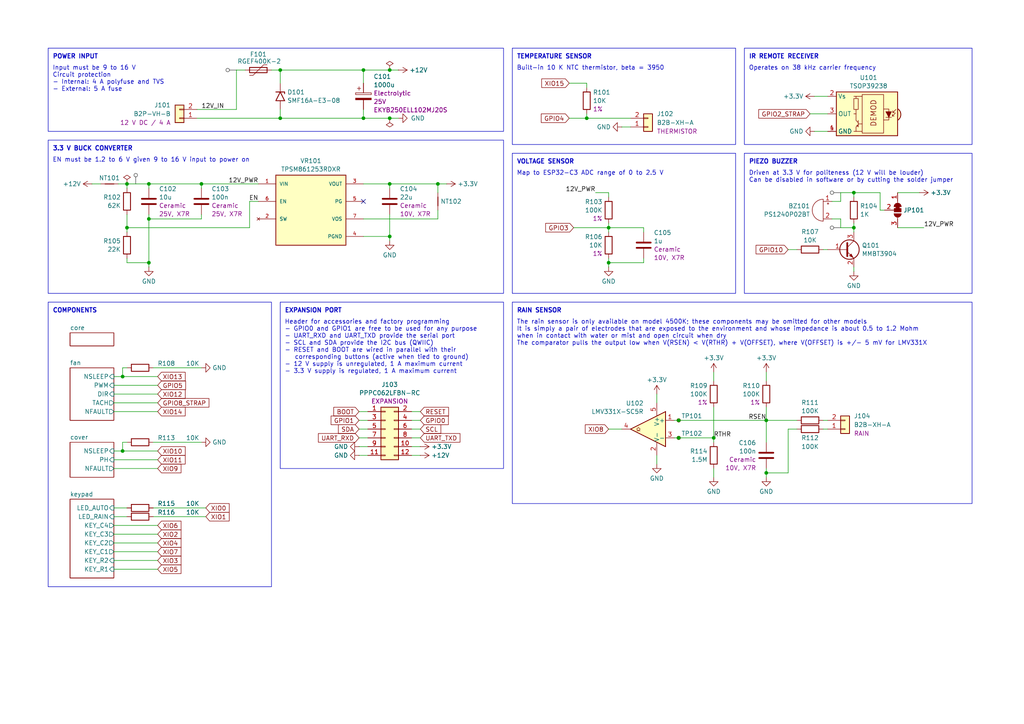
<source format=kicad_sch>
(kicad_sch (version 20231120) (generator "eeschema") (generator_version "8.0")
  (paper "A4")
  (title_block (title "Minuet Fan Controller") (date "2025-02") (rev "2.0"))
  (lib_symbols
    (symbol "Comparator:LMV331" (pin_names (offset 0.127))
      (property "Reference" "U" (at 1.27 5.08 0))
      (property "Value" "LMV331" (at 3.81 -5.08 0))
      (symbol "LMV331_0_1"
        (polyline (pts (xy -5.08 5.08) (xy 5.08 0) (xy -5.08 -5.08) (xy -5.08 5.08)) (stroke (width 0.254)) (fill (type background)))
        (polyline (pts (xy 3.302 -0.508) (xy 2.794 -0.508) (xy 3.302 0) (xy 2.794 0.508) (xy 2.286 0) (xy 2.794 -0.508) (xy 2.286 -0.508)) (stroke (width 0.127)))
      )
      (symbol "LMV331_1_1"
        (pin input line (at -7.62 2.54 0) (length 2.54) (name "+") (number "1"))
        (pin power_in line (at -2.54 -7.62 90) (length 3.81) (name "V-") (number "2"))
        (pin input line (at -7.62 -2.54 0) (length 2.54) (name "-") (number "3"))
        (pin open_collector line (at 7.62 0 180) (length 2.54) (name "~") (number "4"))
        (pin power_in line (at -2.54 7.62 270) (length 3.81) (name "V+") (number "5"))
      )
    )
    (symbol "Connector:TestPoint_Small" (pin_numbers hide) (pin_names (offset 0.762) hide)
      (property "Reference" "TP" (at 0 3.81 0))
      (property "Value" "TestPoint_Small" (at 0 2.032 0))
      (symbol "TestPoint_Small_0_1"
        (circle (center 0 0) (radius 0.508))
      )
      (symbol "TestPoint_Small_1_1"
        (pin passive line (at 0 0 90) (length 0) (name "1") (number "1"))
      )
    )
    (symbol "Connector_Generic:Conn_01x02" (pin_names (offset 1.016) hide)
      (property "Reference" "J" (at 0 2.54 0))
      (property "Value" "Conn_01x02" (at 0 -5.08 0))
      (symbol "Conn_01x02_1_1"
        (rectangle (start -1.27 -2.413) (end 0 -2.667) (stroke (width 0.1524)))
        (rectangle (start -1.27 0.127) (end 0 -0.127) (stroke (width 0.1524)))
        (rectangle (start -1.27 1.27) (end 1.27 -3.81) (stroke (width 0.254)) (fill (type background)))
        (pin passive line (at -5.08 0 0) (length 3.81) (name "Pin_1") (number "1"))
        (pin passive line (at -5.08 -2.54 0) (length 3.81) (name "Pin_2") (number "2"))
      )
    )
    (symbol "Connector_Generic:Conn_02x06_Odd_Even" (pin_names (offset 1.016) hide)
      (property "Reference" "J" (at 1.27 7.62 0))
      (property "Value" "Conn_02x06_Odd_Even" (at 1.27 -10.16 0))
      (symbol "Conn_02x06_Odd_Even_1_1"
        (rectangle (start -1.27 -7.493) (end 0 -7.747) (stroke (width 0.1524)))
        (rectangle (start -1.27 -4.953) (end 0 -5.207) (stroke (width 0.1524)))
        (rectangle (start -1.27 -2.413) (end 0 -2.667) (stroke (width 0.1524)))
        (rectangle (start -1.27 0.127) (end 0 -0.127) (stroke (width 0.1524)))
        (rectangle (start -1.27 2.667) (end 0 2.413) (stroke (width 0.1524)))
        (rectangle (start -1.27 5.207) (end 0 4.953) (stroke (width 0.1524)))
        (rectangle (start -1.27 6.35) (end 3.81 -8.89) (stroke (width 0.254)) (fill (type background)))
        (rectangle (start 3.81 -7.493) (end 2.54 -7.747) (stroke (width 0.1524)))
        (rectangle (start 3.81 -4.953) (end 2.54 -5.207) (stroke (width 0.1524)))
        (rectangle (start 3.81 -2.413) (end 2.54 -2.667) (stroke (width 0.1524)))
        (rectangle (start 3.81 0.127) (end 2.54 -0.127) (stroke (width 0.1524)))
        (rectangle (start 3.81 2.667) (end 2.54 2.413) (stroke (width 0.1524)))
        (rectangle (start 3.81 5.207) (end 2.54 4.953) (stroke (width 0.1524)))
        (pin passive line (at -5.08 5.08 0) (length 3.81) (name "Pin_1") (number "1"))
        (pin passive line (at 7.62 -5.08 180) (length 3.81) (name "Pin_10") (number "10"))
        (pin passive line (at -5.08 -7.62 0) (length 3.81) (name "Pin_11") (number "11"))
        (pin passive line (at 7.62 -7.62 180) (length 3.81) (name "Pin_12") (number "12"))
        (pin passive line (at 7.62 5.08 180) (length 3.81) (name "Pin_2") (number "2"))
        (pin passive line (at -5.08 2.54 0) (length 3.81) (name "Pin_3") (number "3"))
        (pin passive line (at 7.62 2.54 180) (length 3.81) (name "Pin_4") (number "4"))
        (pin passive line (at -5.08 0 0) (length 3.81) (name "Pin_5") (number "5"))
        (pin passive line (at 7.62 0 180) (length 3.81) (name "Pin_6") (number "6"))
        (pin passive line (at -5.08 -2.54 0) (length 3.81) (name "Pin_7") (number "7"))
        (pin passive line (at 7.62 -2.54 180) (length 3.81) (name "Pin_8") (number "8"))
        (pin passive line (at -5.08 -5.08 0) (length 3.81) (name "Pin_9") (number "9"))
      )
    )
    (symbol "Device:Buzzer" (pin_names (offset 0.0254) hide)
      (property "Reference" "BZ" (at 3.81 1.27 0))
      (property "Value" "Buzzer" (at 3.81 -1.27 0))
      (symbol "Buzzer_0_1"
        (arc (start 0 -3.175) (mid 3.1612 0) (end 0 3.175))
        (polyline (pts (xy -1.651 1.905) (xy -1.143 1.905)))
        (polyline (pts (xy -1.397 2.159) (xy -1.397 1.651)))
        (polyline (pts (xy 0 3.175) (xy 0 -3.175)))
      )
      (symbol "Buzzer_1_1"
        (pin passive line (at -2.54 2.54 0) (length 2.54) (name "+") (number "1"))
        (pin passive line (at -2.54 -2.54 0) (length 2.54) (name "-") (number "2"))
      )
    )
    (symbol "Device:C" (pin_numbers hide) (pin_names (offset 0.254))
      (property "Reference" "C" (at 0.635 2.54 0))
      (property "Value" "C" (at 0.635 -2.54 0))
      (symbol "C_0_1"
        (polyline (pts (xy -2.032 -0.762) (xy 2.032 -0.762)) (stroke (width 0.508)))
        (polyline (pts (xy -2.032 0.762) (xy 2.032 0.762)) (stroke (width 0.508)))
      )
      (symbol "C_1_1"
        (pin passive line (at 0 3.81 270) (length 2.794) (name "~") (number "1"))
        (pin passive line (at 0 -3.81 90) (length 2.794) (name "~") (number "2"))
      )
    )
    (symbol "Device:C_Polarized" (pin_numbers hide) (pin_names (offset 0.254))
      (property "Reference" "C" (at 0.635 2.54 0))
      (property "Value" "C_Polarized" (at 0.635 -2.54 0))
      (symbol "C_Polarized_0_1"
        (rectangle (start -2.286 0.508) (end 2.286 1.016))
        (polyline (pts (xy -1.778 2.286) (xy -0.762 2.286)))
        (polyline (pts (xy -1.27 2.794) (xy -1.27 1.778)))
        (rectangle (start 2.286 -0.508) (end -2.286 -1.016) (fill (type outline)))
      )
      (symbol "C_Polarized_1_1"
        (pin passive line (at 0 3.81 270) (length 2.794) (name "~") (number "1"))
        (pin passive line (at 0 -3.81 90) (length 2.794) (name "~") (number "2"))
      )
    )
    (symbol "Device:NetTie_2" (pin_numbers hide) (pin_names (offset 0) hide) (in_bom no)
      (property "Reference" "NT" (at 0 1.27 0))
      (property "Value" "NetTie_2" (at 0 -1.27 0))
      (symbol "NetTie_2_0_1"
        (polyline (pts (xy -1.27 0) (xy 1.27 0)) (stroke (width 0.254)))
      )
      (symbol "NetTie_2_1_1"
        (pin passive line (at -2.54 0 0) (length 2.54) (name "1") (number "1"))
        (pin passive line (at 2.54 0 180) (length 2.54) (name "2") (number "2"))
      )
    )
    (symbol "Device:Polyfuse" (pin_numbers hide) (pin_names (offset 0))
      (property "Reference" "F" (at -2.54 0 90))
      (property "Value" "Polyfuse" (at 2.54 0 90))
      (symbol "Polyfuse_0_1"
        (rectangle (start -0.762 2.54) (end 0.762 -2.54) (stroke (width 0.254)))
        (polyline (pts (xy 0 2.54) (xy 0 -2.54)))
        (polyline (pts (xy -1.524 2.54) (xy -1.524 1.524) (xy 1.524 -1.524) (xy 1.524 -2.54)))
      )
      (symbol "Polyfuse_1_1"
        (pin passive line (at 0 3.81 270) (length 1.27) (name "~") (number "1"))
        (pin passive line (at 0 -3.81 90) (length 1.27) (name "~") (number "2"))
      )
    )
    (symbol "Device:R" (pin_numbers hide) (pin_names (offset 0))
      (property "Reference" "R" (at 2.032 0 90))
      (property "Value" "R" (at 0 0 90))
      (symbol "R_0_1"
        (rectangle (start -1.016 -2.54) (end 1.016 2.54) (stroke (width 0.254)))
      )
      (symbol "R_1_1"
        (pin passive line (at 0 3.81 270) (length 1.27) (name "~") (number "1"))
        (pin passive line (at 0 -3.81 90) (length 1.27) (name "~") (number "2"))
      )
    )
    (symbol "Diode:SMF16A" (pin_numbers hide) (pin_names (offset 1.016) hide)
      (property "Reference" "D" (at 0 2.54 0))
      (property "Value" "SMF16A" (at 0 -2.54 0))
      (symbol "SMF16A_0_1"
        (polyline (pts (xy -0.762 1.27) (xy -1.27 1.27) (xy -1.27 -1.27)) (stroke (width 0.254)))
        (polyline (pts (xy 1.27 1.27) (xy 1.27 -1.27) (xy -1.27 0) (xy 1.27 1.27)) (stroke (width 0.254)))
      )
      (symbol "SMF16A_1_1"
        (pin passive line (at -3.81 0 0) (length 2.54) (name "A1") (number "1"))
        (pin passive line (at 3.81 0 180) (length 2.54) (name "A2") (number "2"))
      )
    )
    (symbol "Jumper:SolderJumper_3_Bridged12" (pin_names (offset 0) hide) (exclude_from_sim yes) (in_bom no)
      (property "Reference" "JP" (at -2.54 -2.54 0))
      (property "Value" "SolderJumper_3_Bridged12" (at 0 2.794 0))
      (symbol "SolderJumper_3_Bridged12_0_1"
        (rectangle (start -1.016 0.508) (end -0.508 -0.508) (fill (type outline)))
        (arc (start -1.016 1.016) (mid -2.0276 0) (end -1.016 -1.016))
        (arc (start -1.016 1.016) (mid -2.0276 0) (end -1.016 -1.016) (fill (type outline)))
        (rectangle (start -0.508 1.016) (end 0.508 -1.016) (fill (type outline)))
        (polyline (pts (xy -2.54 0) (xy -2.032 0)))
        (polyline (pts (xy -1.016 1.016) (xy -1.016 -1.016)))
        (polyline (pts (xy 0 -1.27) (xy 0 -1.016)))
        (polyline (pts (xy 1.016 1.016) (xy 1.016 -1.016)))
        (polyline (pts (xy 2.54 0) (xy 2.032 0)))
        (arc (start 1.016 -1.016) (mid 2.0276 0) (end 1.016 1.016))
        (arc (start 1.016 -1.016) (mid 2.0276 0) (end 1.016 1.016) (fill (type outline)))
      )
      (symbol "SolderJumper_3_Bridged12_1_1"
        (pin passive line (at -5.08 0 0) (length 2.54) (name "A") (number "1"))
        (pin passive line (at 0 -3.81 90) (length 2.54) (name "C") (number "2"))
        (pin passive line (at 5.08 0 180) (length 2.54) (name "B") (number "3"))
      )
    )
    (symbol "TPSM861253RDXR:TPSM861253RDXR" (pin_names (offset 1.016))
      (property "Reference" "VR" (at -10.16 10.922 0))
      (property "Value" "TPSM861253RDXR" (at -10.16 -12.7 0))
      (symbol "TPSM861253RDXR_0_0"
        (rectangle (start -10.16 -10.16) (end 10.16 10.16) (stroke (width 0.254)) (fill (type background)))
        (pin power_in line (at -15.24 7.62 0) (length 5.08) (name "VIN") (number "1"))
        (pin no_connect line (at -15.24 -2.54 0) (length 5.08) (name "SW") (number "2"))
        (pin power_out line (at 15.24 7.62 180) (length 5.08) (name "VOUT") (number "3"))
        (pin power_in line (at 15.24 -7.62 180) (length 5.08) (name "PGND") (number "4"))
        (pin output line (at 15.24 2.54 180) (length 5.08) (name "PG") (number "5"))
        (pin input line (at -15.24 2.54 0) (length 5.08) (name "EN") (number "6"))
        (pin input line (at 15.24 -2.54 180) (length 5.08) (name "VOS") (number "7"))
      )
    )
    (symbol "TSOP39238:TSOP39238"
      (property "Reference" "U" (at -10.16 7.62 0))
      (property "Value" "TSOP39238" (at -10.16 -7.62 0))
      (symbol "TSOP39238_0_0"
        (arc (start -10.287 1.397) (mid -11.0899 -0.1852) (end -10.287 -1.778) (stroke (width 0.254)) (fill (type background)))
        (polyline (pts (xy 1.905 -5.08) (xy 0.127 -5.08)))
        (polyline (pts (xy 1.905 5.08) (xy 0.127 5.08)))
        (text "DEMOD" (at -3.175 0.254 900) (effects (font (size 1.524 1.524))))
      )
      (symbol "TSOP39238_0_1"
        (rectangle (start -10.16 6.35) (end 7.62 -6.35) (stroke (width 0.254)) (fill (type background)))
        (rectangle (start -6.096 5.588) (end 0.127 -5.588))
        (polyline (pts (xy -8.763 0.381) (xy -9.652 1.27)))
        (polyline (pts (xy -8.763 0.381) (xy -9.271 0.381)))
        (polyline (pts (xy -8.763 0.381) (xy -8.763 0.889)))
        (polyline (pts (xy -8.636 -0.635) (xy -9.525 0.254)))
        (polyline (pts (xy -8.636 -0.635) (xy -9.144 -0.635)))
        (polyline (pts (xy -8.636 -0.635) (xy -8.636 -0.127)))
        (polyline (pts (xy -8.382 -1.016) (xy -6.731 -1.016)))
        (polyline (pts (xy 1.27 -2.921) (xy 0.127 -2.921)))
        (polyline (pts (xy 1.27 -1.905) (xy 1.27 -3.81)))
        (polyline (pts (xy 1.397 -3.556) (xy 1.524 -3.556)))
        (polyline (pts (xy 1.651 -3.556) (xy 1.524 -3.556)))
        (polyline (pts (xy 1.651 -3.556) (xy 1.651 -3.302)))
        (polyline (pts (xy 1.905 0) (xy 1.905 1.27)))
        (polyline (pts (xy 1.905 4.445) (xy 1.905 5.08) (xy 2.54 5.08)))
        (polyline (pts (xy -8.382 0.635) (xy -6.731 0.635) (xy -7.62 -1.016) (xy -8.382 0.635)) (fill (type outline)))
        (polyline (pts (xy -6.096 1.397) (xy -7.62 1.397) (xy -7.62 -1.778) (xy -6.096 -1.778)))
        (polyline (pts (xy 1.27 -3.175) (xy 1.905 -3.81) (xy 1.905 -5.08) (xy 2.54 -5.08)))
        (polyline (pts (xy 1.27 -2.54) (xy 1.905 -1.905) (xy 1.905 0) (xy 2.54 0)))
        (rectangle (start 2.54 1.27) (end 1.27 4.445))
      )
      (symbol "TSOP39238_1_0"
        (pin power_in line (at 10.16 -5.08 180) (length 2.54) (name "GND") (number "4"))
      )
      (symbol "TSOP39238_1_1"
        (pin power_in line (at 10.16 -5.08 180) (length 2.54) (name "GND") (number "1"))
        (pin power_in line (at 10.16 5.08 180) (length 2.54) (name "Vs") (number "2"))
        (pin output line (at 10.16 0 180) (length 2.54) (name "OUT") (number "3"))
      )
    )
    (symbol "Transistor_BJT:MMBT3904" (pin_names (offset 0) hide)
      (property "Reference" "Q" (at 5.08 1.905 0))
      (property "Value" "MMBT3904" (at 5.08 0 0))
      (symbol "MMBT3904_0_1"
        (polyline (pts (xy 0.635 0.635) (xy 2.54 2.54)))
        (polyline (pts (xy 0.635 -0.635) (xy 2.54 -2.54) (xy 2.54 -2.54)))
        (polyline (pts (xy 0.635 1.905) (xy 0.635 -1.905) (xy 0.635 -1.905)) (stroke (width 0.508)))
        (polyline (pts (xy 1.27 -1.778) (xy 1.778 -1.27) (xy 2.286 -2.286) (xy 1.27 -1.778) (xy 1.27 -1.778)) (fill (type outline)))
        (circle (center 1.27 0) (radius 2.8194) (stroke (width 0.254)))
      )
      (symbol "MMBT3904_1_1"
        (pin input line (at -5.08 0 0) (length 5.715) (name "B") (number "1"))
        (pin passive line (at 2.54 -5.08 90) (length 2.54) (name "E") (number "2"))
        (pin passive line (at 2.54 5.08 270) (length 2.54) (name "C") (number "3"))
      )
    )
    (symbol "power:+12V" (power) (pin_numbers hide) (pin_names (offset 0) hide)
      (property "Value" "+12V" (at 0 3.556 0))
      (symbol "+12V_0_1"
        (polyline (pts (xy -0.762 1.27) (xy 0 2.54)))
        (polyline (pts (xy 0 0) (xy 0 2.54)))
        (polyline (pts (xy 0 2.54) (xy 0.762 1.27)))
      )
      (symbol "+12V_1_1"
        (pin power_in line (at 0 0 90) (length 0) (name "~") (number "1"))
      )
    )
    (symbol "power:+3.3V" (power) (pin_numbers hide) (pin_names (offset 0) hide)
      (property "Value" "+3.3V" (at 0 3.556 0))
      (symbol "+3.3V_0_1"
        (polyline (pts (xy -0.762 1.27) (xy 0 2.54)))
        (polyline (pts (xy 0 0) (xy 0 2.54)))
        (polyline (pts (xy 0 2.54) (xy 0.762 1.27)))
      )
      (symbol "+3.3V_1_1"
        (pin power_in line (at 0 0 90) (length 0) (name "~") (number "1"))
      )
    )
    (symbol "power:GND" (power) (pin_numbers hide) (pin_names (offset 0) hide)
      (property "Value" "GND" (at 0 -3.81 0))
      (symbol "GND_0_1"
        (polyline (pts (xy 0 0) (xy 0 -1.27) (xy 1.27 -1.27) (xy 0 -2.54) (xy -1.27 -1.27) (xy 0 -1.27)))
      )
      (symbol "GND_1_1"
        (pin power_in line (at 0 0 270) (length 0) (name "~") (number "1"))
      )
    )
    (symbol "power:PWR_FLAG" (power) (pin_numbers hide) (pin_names (offset 0) hide)
      (property "Value" "PWR_FLAG" (at 0 3.81 0))
      (symbol "PWR_FLAG_0_0"
        (pin power_out line (at 0 0 90) (length 0) (name "~") (number "1"))
      )
      (symbol "PWR_FLAG_0_1"
        (polyline (pts (xy 0 0) (xy 0 1.27) (xy -1.016 1.905) (xy 0 2.54) (xy 1.016 1.905) (xy 0 1.27)))
      )
    )
  )
  (junction (at 113.03 34.29))
  (junction (at 43.18 63.5))
  (junction (at 105.41 20.32))
  (junction (at 58.42 53.34))
  (junction (at 247.65 66.04))
  (junction (at 113.03 53.34))
  (junction (at 196.85 127))
  (junction (at 81.28 34.29))
  (junction (at 176.53 76.2))
  (junction (at 170.18 34.29))
  (junction (at 81.28 20.32))
  (junction (at 43.18 53.34))
  (junction (at 36.83 53.34))
  (junction (at 113.03 20.32))
  (junction (at 36.83 66.04))
  (junction (at 196.85 121.92))
  (junction (at 222.25 121.92))
  (junction (at 35.56 130.81))
  (junction (at 127 53.34))
  (junction (at 222.25 137.16))
  (junction (at 207.01 127))
  (junction (at 113.03 68.58))
  (junction (at 43.18 76.2))
  (junction (at 176.53 66.04))
  (junction (at 35.56 109.22))
  (junction (at 105.41 34.29))
  (junction (at 247.65 55.88))
  (no_connect (at 105.41 58.42))
  (wire (pts (xy 243.84 55.88) (xy 247.65 55.88)))
  (wire (pts (xy 207.01 107.95) (xy 207.01 110.49)))
  (wire (pts (xy 43.18 76.2) (xy 43.18 77.47)))
  (wire (pts (xy 170.18 33.02) (xy 170.18 34.29)))
  (wire (pts (xy 196.85 121.92) (xy 222.25 121.92)))
  (wire (pts (xy 33.02 109.22) (xy 35.56 109.22)))
  (wire (pts (xy 36.83 74.93) (xy 36.83 76.2)))
  (wire (pts (xy 176.53 66.04) (xy 186.69 66.04)))
  (wire (pts (xy 121.92 124.46) (xy 119.38 124.46)))
  (wire (pts (xy 36.83 53.34) (xy 43.18 53.34)))
  (wire (pts (xy 58.42 53.34) (xy 58.42 54.61)))
  (wire (pts (xy 190.5 114.3) (xy 190.5 116.84)))
  (wire (pts (xy 33.02 135.89) (xy 45.72 135.89)))
  (wire (pts (xy 68.58 20.32) (xy 71.12 20.32)))
  (wire (pts (xy 43.18 63.5) (xy 58.42 63.5)))
  (wire (pts (xy 182.88 36.83) (xy 180.34 36.83)))
  (wire (pts (xy 176.53 55.88) (xy 176.53 57.15)))
  (wire (pts (xy 105.41 63.5) (xy 127 63.5)))
  (wire (pts (xy 166.37 66.04) (xy 176.53 66.04)))
  (wire (pts (xy 121.92 119.38) (xy 119.38 119.38)))
  (wire (pts (xy 190.5 132.08) (xy 190.5 134.62)))
  (wire (pts (xy 68.58 20.32) (xy 68.58 31.75)))
  (wire (pts (xy 113.03 20.32) (xy 115.57 20.32)))
  (wire (pts (xy 222.25 135.89) (xy 222.25 137.16)))
  (wire (pts (xy 105.41 68.58) (xy 113.03 68.58)))
  (wire (pts (xy 127 60.96) (xy 127 63.5)))
  (wire (pts (xy 256.54 60.96) (xy 255.27 60.96)))
  (wire (pts (xy 247.65 55.88) (xy 247.65 57.15)))
  (wire (pts (xy 222.25 118.11) (xy 222.25 121.92)))
  (wire (pts (xy 207.01 118.11) (xy 207.01 127)))
  (wire (pts (xy 106.68 132.08) (xy 104.14 132.08)))
  (wire (pts (xy 72.39 58.42) (xy 72.39 66.04)))
  (wire (pts (xy 247.65 55.88) (xy 255.27 55.88)))
  (wire (pts (xy 243.84 66.04) (xy 247.65 66.04)))
  (wire (pts (xy 228.6 137.16) (xy 222.25 137.16)))
  (wire (pts (xy 121.92 129.54) (xy 119.38 129.54)))
  (wire (pts (xy 33.02 114.3) (xy 45.72 114.3)))
  (wire (pts (xy 243.84 58.42) (xy 243.84 55.88)))
  (wire (pts (xy 238.76 72.39) (xy 240.03 72.39)))
  (wire (pts (xy 176.53 124.46) (xy 180.34 124.46)))
  (wire (pts (xy 196.85 127) (xy 207.01 127)))
  (wire (pts (xy 260.35 55.88) (xy 266.7 55.88)))
  (wire (pts (xy 176.53 76.2) (xy 176.53 77.47)))
  (wire (pts (xy 106.68 124.46) (xy 104.14 124.46)))
  (wire (pts (xy 57.15 31.75) (xy 68.58 31.75)))
  (wire (pts (xy 36.83 66.04) (xy 36.83 67.31)))
  (wire (pts (xy 36.83 53.34) (xy 36.83 54.61)))
  (wire (pts (xy 81.28 20.32) (xy 105.41 20.32)))
  (wire (pts (xy 255.27 60.96) (xy 255.27 55.88)))
  (wire (pts (xy 113.03 34.29) (xy 115.57 34.29)))
  (wire (pts (xy 247.65 66.04) (xy 247.65 67.31)))
  (wire (pts (xy 186.69 74.93) (xy 186.69 76.2)))
  (wire (pts (xy 43.18 53.34) (xy 43.18 54.61)))
  (wire (pts (xy 43.18 63.5) (xy 43.18 62.23)))
  (wire (pts (xy 43.18 63.5) (xy 43.18 76.2)))
  (wire (pts (xy 105.41 53.34) (xy 113.03 53.34)))
  (wire (pts (xy 105.41 20.32) (xy 113.03 20.32)))
  (wire (pts (xy 207.01 135.89) (xy 207.01 138.43)))
  (wire (pts (xy 78.74 20.32) (xy 81.28 20.32)))
  (wire (pts (xy 241.3 63.5) (xy 243.84 63.5)))
  (wire (pts (xy 58.42 53.34) (xy 74.93 53.34)))
  (wire (pts (xy 170.18 34.29) (xy 182.88 34.29)))
  (wire (pts (xy 195.58 121.92) (xy 196.85 121.92)))
  (wire (pts (xy 81.28 20.32) (xy 81.28 24.13)))
  (wire (pts (xy 260.35 66.04) (xy 267.97 66.04)))
  (wire (pts (xy 170.18 24.13) (xy 170.18 25.4)))
  (wire (pts (xy 247.65 77.47) (xy 247.65 78.74)))
  (wire (pts (xy 105.41 34.29) (xy 113.03 34.29)))
  (wire (pts (xy 186.69 66.04) (xy 186.69 67.31)))
  (wire (pts (xy 119.38 132.08) (xy 121.92 132.08)))
  (wire (pts (xy 228.6 72.39) (xy 231.14 72.39)))
  (wire (pts (xy 33.02 154.94) (xy 45.72 154.94)))
  (wire (pts (xy 165.1 34.29) (xy 170.18 34.29)))
  (wire (pts (xy 105.41 20.32) (xy 105.41 24.13)))
  (wire (pts (xy 34.29 53.34) (xy 36.83 53.34)))
  (wire (pts (xy 231.14 124.46) (xy 228.6 124.46)))
  (wire (pts (xy 113.03 62.23) (xy 113.03 68.58)))
  (wire (pts (xy 113.03 53.34) (xy 127 53.34)))
  (wire (pts (xy 113.03 53.34) (xy 113.03 54.61)))
  (wire (pts (xy 106.68 129.54) (xy 104.14 129.54)))
  (wire (pts (xy 222.25 121.92) (xy 222.25 128.27)))
  (wire (pts (xy 105.41 31.75) (xy 105.41 34.29)))
  (wire (pts (xy 243.84 63.5) (xy 243.84 66.04)))
  (wire (pts (xy 33.02 165.1) (xy 45.72 165.1)))
  (wire (pts (xy 240.03 33.02) (xy 234.95 33.02)))
  (wire (pts (xy 33.02 133.35) (xy 45.72 133.35)))
  (wire (pts (xy 222.25 121.92) (xy 231.14 121.92)))
  (wire (pts (xy 44.45 128.27) (xy 58.42 128.27)))
  (wire (pts (xy 195.58 127) (xy 196.85 127)))
  (wire (pts (xy 33.02 157.48) (xy 45.72 157.48)))
  (wire (pts (xy 33.02 116.84) (xy 45.72 116.84)))
  (wire (pts (xy 176.53 64.77) (xy 176.53 66.04)))
  (wire (pts (xy 36.83 62.23) (xy 36.83 66.04)))
  (wire (pts (xy 172.72 55.88) (xy 176.53 55.88)))
  (wire (pts (xy 165.1 24.13) (xy 170.18 24.13)))
  (wire (pts (xy 36.83 147.32) (xy 33.02 147.32)))
  (wire (pts (xy 106.68 121.92) (xy 104.14 121.92)))
  (wire (pts (xy 58.42 62.23) (xy 58.42 63.5)))
  (wire (pts (xy 176.53 74.93) (xy 176.53 76.2)))
  (wire (pts (xy 81.28 31.75) (xy 81.28 34.29)))
  (wire (pts (xy 241.3 58.42) (xy 243.84 58.42)))
  (wire (pts (xy 26.67 53.34) (xy 29.21 53.34)))
  (wire (pts (xy 176.53 66.04) (xy 176.53 67.31)))
  (wire (pts (xy 74.93 58.42) (xy 72.39 58.42)))
  (wire (pts (xy 228.6 124.46) (xy 228.6 137.16)))
  (wire (pts (xy 127 53.34) (xy 127 55.88)))
  (wire (pts (xy 247.65 64.77) (xy 247.65 66.04)))
  (wire (pts (xy 35.56 106.68) (xy 35.56 109.22)))
  (wire (pts (xy 33.02 111.76) (xy 45.72 111.76)))
  (wire (pts (xy 43.18 53.34) (xy 58.42 53.34)))
  (wire (pts (xy 222.25 137.16) (xy 222.25 138.43)))
  (wire (pts (xy 238.76 121.92) (xy 240.03 121.92)))
  (wire (pts (xy 127 53.34) (xy 129.54 53.34)))
  (wire (pts (xy 44.45 149.86) (xy 59.69 149.86)))
  (wire (pts (xy 36.83 66.04) (xy 72.39 66.04)))
  (wire (pts (xy 35.56 128.27) (xy 36.83 128.27)))
  (wire (pts (xy 35.56 106.68) (xy 36.83 106.68)))
  (wire (pts (xy 57.15 34.29) (xy 81.28 34.29)))
  (wire (pts (xy 33.02 152.4) (xy 45.72 152.4)))
  (wire (pts (xy 35.56 130.81) (xy 45.72 130.81)))
  (wire (pts (xy 35.56 109.22) (xy 45.72 109.22)))
  (wire (pts (xy 33.02 119.38) (xy 45.72 119.38)))
  (wire (pts (xy 81.28 34.29) (xy 105.41 34.29)))
  (wire (pts (xy 106.68 119.38) (xy 104.14 119.38)))
  (wire (pts (xy 207.01 127) (xy 207.01 128.27)))
  (wire (pts (xy 222.25 107.95) (xy 222.25 110.49)))
  (wire (pts (xy 106.68 127) (xy 104.14 127)))
  (wire (pts (xy 33.02 162.56) (xy 45.72 162.56)))
  (wire (pts (xy 33.02 149.86) (xy 36.83 149.86)))
  (wire (pts (xy 121.92 121.92) (xy 119.38 121.92)))
  (wire (pts (xy 238.76 124.46) (xy 240.03 124.46)))
  (wire (pts (xy 240.03 27.94) (xy 236.22 27.94)))
  (wire (pts (xy 121.92 127) (xy 119.38 127)))
  (wire (pts (xy 33.02 130.81) (xy 35.56 130.81)))
  (wire (pts (xy 35.56 128.27) (xy 35.56 130.81)))
  (wire (pts (xy 44.45 147.32) (xy 59.69 147.32)))
  (wire (pts (xy 113.03 69.85) (xy 113.03 68.58)))
  (wire (pts (xy 44.45 106.68) (xy 58.42 106.68)))
  (wire (pts (xy 176.53 76.2) (xy 186.69 76.2)))
  (wire (pts (xy 240.03 38.1) (xy 236.22 38.1)))
  (wire (pts (xy 36.83 76.2) (xy 43.18 76.2)))
  (wire (pts (xy 33.02 160.02) (xy 45.72 160.02)))
  (rectangle (start 13.97 40.64) (end 146.05 85.09))
  (rectangle (start 13.97 13.97) (end 146.05 38.1))
  (rectangle (start 148.59 13.97) (end 213.36 41.91))
  (rectangle (start 148.59 44.45) (end 213.36 85.09))
  (rectangle (start 215.9 44.45) (end 281.94 85.09))
  (rectangle (start 215.9 13.97) (end 281.94 41.91))
  (rectangle (start 148.59 87.63) (end 281.94 146.05))
  (rectangle (start 13.97 87.63) (end 78.74 170.18))
  (rectangle (start 81.28 87.63) (end 146.05 135.89))
  (text "RAIN SENSOR" (at 149.86 90.17 0) (effects (font (size 1.27 1.27) (thickness 0.254) (bold yes)) (justify left)))
  (text "VOLTAGE SENSOR" (at 149.86 46.99 0) (effects (font (size 1.27 1.27) (thickness 0.254) (bold yes)) (justify left)))
  (text "Driven at 3.3 V for politeness (12 V will be louder)\nCan be disabled in software or by cutting the solder jumper" (at 217.17 49.53 0) (effects (font (size 1.27 1.27)) (justify left top)))
  (text "POWER INPUT" (at 15.24 16.51 0) (effects (font (size 1.27 1.27) (thickness 0.254) (bold yes)) (justify left)))
  (text "3.3 V BUCK CONVERTER" (at 15.24 43.18 0) (effects (font (size 1.27 1.27) (thickness 0.254) (bold yes)) (justify left)))
  (text "EN must be 1.2 to 6 V given 9 to 16 V input to power on" (at 15.24 45.72 0) (effects (font (size 1.27 1.27)) (justify left top)))
  (text "EXPANSION PORT" (at 82.55 90.17 0) (effects (font (size 1.27 1.27) (thickness 0.254) (bold yes)) (justify left)))
  (text "Operates on 38 kHz carrier frequency" (at 217.17 19.05 0) (effects (font (size 1.27 1.27)) (justify left top)))
  (text "The rain sensor is only available on model 4500K; these components may be omitted for other models\nIt is simply a pair of electrodes that are exposed to the environment and whose impedance is about 0.5 to 1.2 Mohm\nwhen in contact with water or mist and open circuit when dry\nThe comparator pulls the output low when V(RSEN) < V(RTHR) + V(OFFSET), where V(OFFSET) is +/- 5 mV for LMV331X" (at 149.86 92.71 0) (effects (font (size 1.27 1.27)) (justify left top)))
  (text "Input must be 9 to 16 V\nCircuit protection\n- Internal: 4 A polyfuse and TVS\n- External: 5 A fuse" (at 15.24 19.05 0) (effects (font (size 1.27 1.27)) (justify left top)))
  (text "Header for accessories and factory programming\n- GPIO0 and GPIO1 are free to be used for any purpose\n- UART_RXD and UART_TXD provide the serial port\n- SCL and SDA provide the I2C bus (QWIIC)\n- RESET and BOOT are wired in parallel with their\n   corresponding buttons (active when tied to ground)\n- 12 V supply is unregulated, 1 A maximum current\n- 3.3 V supply is regulated, 1 A maximum current" (at 82.55 92.71 0) (effects (font (size 1.27 1.27)) (justify left top)))
  (text "IR REMOTE RECEIVER" (at 217.17 16.51 0) (effects (font (size 1.27 1.27) (thickness 0.254) (bold yes)) (justify left)))
  (text "PIEZO BUZZER" (at 217.17 46.99 0) (effects (font (size 1.27 1.27) (thickness 0.254) (bold yes)) (justify left)))
  (text "TEMPERATURE SENSOR" (at 149.86 16.51 0) (effects (font (size 1.27 1.27) (thickness 0.254) (bold yes)) (justify left)))
  (text "Map to ESP32-C3 ADC range of 0 to 2.5 V" (at 149.86 49.53 0) (effects (font (size 1.27 1.27)) (justify left top)))
  (text "Built-in 10 K NTC thermistor, beta = 3950" (at 149.86 19.05 0) (effects (font (size 1.27 1.27)) (justify left top)))
  (text "COMPONENTS" (at 15.24 90.17 0) (effects (font (size 1.27 1.27) (thickness 0.254) (bold yes)) (justify left)))
  (label "12V_IN" (at 58.42 31.75 0))
  (label "12V_PWR" (at 267.97 66.04 0))
  (label "12V_PWR" (at 172.72 55.88 180))
  (label "EN" (at 74.93 58.42 180))
  (label "12V_PWR" (at 74.93 53.34 180))
  (label "RSEN" (at 222.25 121.92 180))
  (label "RTHR" (at 207.01 127 0))
  (global_label "GPIO3" (shape input) (at 166.37 66.04 180) (property "Intersheetrefs" "${INTERSHEET_REFS}" (effects (hide yes))))
  (global_label "GPIO4" (shape input) (at 165.1 34.29 180) (property "Intersheetrefs" "${INTERSHEET_REFS}" (effects (hide yes))))
  (global_label "GPIO0" (shape input) (at 121.92 121.92 0) (property "Intersheetrefs" "${INTERSHEET_REFS}" (effects (hide yes))))
  (global_label "UART_TXD" (shape input) (at 121.92 127 0) (property "Intersheetrefs" "${INTERSHEET_REFS}" (effects (hide yes))))
  (global_label "XIO3" (shape input) (at 45.72 162.56 0) (property "Intersheetrefs" "${INTERSHEET_REFS}" (effects (hide yes))))
  (global_label "XIO6" (shape input) (at 45.72 152.4 0) (property "Intersheetrefs" "${INTERSHEET_REFS}" (effects (hide yes))))
  (global_label "XIO5" (shape input) (at 45.72 165.1 0) (property "Intersheetrefs" "${INTERSHEET_REFS}" (effects (hide yes))))
  (global_label "UART_RXD" (shape input) (at 104.14 127 180) (property "Intersheetrefs" "${INTERSHEET_REFS}" (effects (hide yes))))
  (global_label "SCL" (shape input) (at 121.92 124.46 0) (property "Intersheetrefs" "${INTERSHEET_REFS}" (effects (hide yes))))
  (global_label "GPIO10" (shape input) (at 228.6 72.39 180) (property "Intersheetrefs" "${INTERSHEET_REFS}" (effects (hide yes))))
  (global_label "XIO2" (shape input) (at 45.72 154.94 0) (property "Intersheetrefs" "${INTERSHEET_REFS}" (effects (hide yes))))
  (global_label "XIO1" (shape input) (at 59.69 149.86 0) (property "Intersheetrefs" "${INTERSHEET_REFS}" (effects (hide yes))))
  (global_label "XIO12" (shape input) (at 45.72 114.3 0) (property "Intersheetrefs" "${INTERSHEET_REFS}" (effects (hide yes))))
  (global_label "XIO11" (shape input) (at 45.72 133.35 0) (property "Intersheetrefs" "${INTERSHEET_REFS}" (effects (hide yes))))
  (global_label "XIO0" (shape input) (at 59.69 147.32 0) (property "Intersheetrefs" "${INTERSHEET_REFS}" (effects (hide yes))))
  (global_label "XIO9" (shape input) (at 45.72 135.89 0) (property "Intersheetrefs" "${INTERSHEET_REFS}" (effects (hide yes))))
  (global_label "GPIO5" (shape input) (at 45.72 111.76 0) (property "Intersheetrefs" "${INTERSHEET_REFS}" (effects (hide yes))))
  (global_label "BOOT" (shape input) (at 104.14 119.38 180) (property "Intersheetrefs" "${INTERSHEET_REFS}" (effects (hide yes))))
  (global_label "XIO13" (shape input) (at 45.72 109.22 0) (property "Intersheetrefs" "${INTERSHEET_REFS}" (effects (hide yes))))
  (global_label "RESET" (shape input) (at 121.92 119.38 0) (property "Intersheetrefs" "${INTERSHEET_REFS}" (effects (hide yes))))
  (global_label "XIO14" (shape input) (at 45.72 119.38 0) (property "Intersheetrefs" "${INTERSHEET_REFS}" (effects (hide yes))))
  (global_label "XIO8" (shape input) (at 176.53 124.46 180) (property "Intersheetrefs" "${INTERSHEET_REFS}" (effects (hide yes))))
  (global_label "GPIO1" (shape input) (at 104.14 121.92 180) (property "Intersheetrefs" "${INTERSHEET_REFS}" (effects (hide yes))))
  (global_label "GPIO2_STRAP" (shape input) (at 234.95 33.02 180) (property "Intersheetrefs" "${INTERSHEET_REFS}" (effects (hide yes))))
  (global_label "XIO10" (shape input) (at 45.72 130.81 0) (property "Intersheetrefs" "${INTERSHEET_REFS}" (effects (hide yes))))
  (global_label "SDA" (shape input) (at 104.14 124.46 180) (property "Intersheetrefs" "${INTERSHEET_REFS}" (effects (hide yes))))
  (global_label "GPIO8_STRAP" (shape input) (at 45.72 116.84 0) (property "Intersheetrefs" "${INTERSHEET_REFS}" (effects (hide yes))))
  (global_label "XIO15" (shape input) (at 165.1 24.13 180) (property "Intersheetrefs" "${INTERSHEET_REFS}" (effects (hide yes))))
  (global_label "XIO7" (shape input) (at 45.72 160.02 0) (property "Intersheetrefs" "${INTERSHEET_REFS}" (effects (hide yes))))
  (global_label "XIO4" (shape input) (at 45.72 157.48 0) (property "Intersheetrefs" "${INTERSHEET_REFS}" (effects (hide yes))))
  (netclass_flag "" (length 2.54) (shape round) (at 68.58 20.32 90) (property "Netclass" "Power-4A" (effects (hide yes))))
  (netclass_flag "" (length 2.54) (shape round) (at 243.84 66.04 90) (property "Netclass" "Power" (effects (hide yes))))
  (netclass_flag "" (length 2.54) (shape round) (at 243.84 55.88 90) (property "Netclass" "Power" (effects (hide yes))))
  (netclass_flag "" (length 2.54) (shape round) (at 39.37 53.34 0) (property "Netclass" "Power" (effects (hide yes))))
  (symbol (lib_id "Device:Buzzer") (at 238.76 60.96 0) (mirror y) (unit 1)
    (property "Reference" "BZ101" (at 234.9638 59.7478 0) (effects (justify left)))
    (property "Value" "PS1240P02BT" (at 234.9638 62.1721 0) (effects (justify left)))
    (property "Footprint" "Buzzer_Beeper:Buzzer_TDK_PS1240P02BT_D12.2mm_H6.5mm" (effects (hide yes)))
    (property "Datasheet" "https://product.tdk.com/en/system/files/dam/doc/product/sw_piezo/sw_piezo/piezo-buzzer/catalog/piezoelectronic_buzzer_ps_en.pdf" (effects (hide yes)))
    (property "Description" "Buzzer, polarized" (effects (hide yes)))
  )
  (symbol (lib_id "power:+3.3V") (at 207.01 107.95 0) (mirror y) (unit 1)
    (property "Reference" "#PWR0114" (effects (hide yes)))
    (property "Value" "+3.3V" (at 207.01 103.8169 0))
    (property "Description" "Power symbol creates a global label with name \"+3.3V\"" (effects (hide yes)))
  )
  (symbol (lib_id "TSOP39238:TSOP39238") (at 250.19 33.02 0) (mirror y) (unit 1)
    (property "Reference" "U101" (at 251.925 22.5255 0))
    (property "Value" "TSOP39238" (at 251.925 24.9498 0))
    (property "Footprint" "TSOP39238:TSOP39238_Standoff" (effects (hide yes)))
    (property "Datasheet" "https://www.vishay.com/docs/82778/tsop392.pdf" (effects (hide yes)))
    (property "Description" "IR Receiver Modules for Remote Control Systems" (effects (hide yes)))
  )
  (symbol (lib_id "Device:R") (at 40.64 128.27 270) (unit 1)
    (property "Reference" "R113" (at 48.26 127 90))
    (property "Value" "10K" (at 55.88 127 90))
    (property "Footprint" "Resistor_SMD:R_0603_1608Metric" (effects (hide yes)))
    (property "Description" "Resistor" (effects (hide yes)))
  )
  (symbol (lib_id "power:+3.3V") (at 129.54 53.34 270) (unit 1)
    (property "Reference" "#PWR0107" (effects (hide yes)))
    (property "Value" "+3.3V" (at 132.715 53.34 90) (effects (justify left)))
    (property "Description" "Power symbol creates a global label with name \"+3.3V\"" (effects (hide yes)))
  )
  (symbol (lib_id "power:GND") (at 104.14 132.08 270) (mirror x) (unit 1)
    (property "Reference" "#PWR0120" (effects (hide yes)))
    (property "Value" "GND" (at 100.9651 132.08 90) (effects (justify right)))
    (property "Description" "Power symbol creates a global label with name \"GND\" , ground" (effects (hide yes)))
  )
  (symbol (lib_id "power:GND") (at 180.34 36.83 270) (unit 1)
    (property "Reference" "#PWR0104" (effects (hide yes)))
    (property "Value" "GND" (at 177.1651 36.83 90) (effects (justify right)))
    (property "Description" "Power symbol creates a global label with name \"GND\" , ground" (effects (hide yes)))
  )
  (symbol (lib_id "Device:C_Polarized") (at 105.41 27.94 0) (unit 1)
    (property "Reference" "C101" (at 108.331 22.2024 0) (effects (justify left)))
    (property "Value" "1000u" (at 108.331 24.6267 0) (effects (justify left)))
    (property "Footprint" "Capacitor_THT:CP_Radial_D10.0mm_P5.00mm" (effects (hide yes)))
    (property "Description" "Polarized capacitor" (effects (hide yes)))
    (property "Type" "Electrolytic" (at 108.331 27.051 0) (effects (justify left)))
    (property "Rating" "25V" (at 108.331 29.4753 0) (effects (justify left)))
    (property "Part" "EKYB250ELL102MJ20S" (at 108.331 31.8996 0) (effects (justify left)))
  )
  (symbol (lib_id "power:+12V") (at 121.92 132.08 270) (mirror x) (unit 1)
    (property "Reference" "#PWR0121" (effects (hide yes)))
    (property "Value" "+12V" (at 125.095 132.08 90) (effects (justify left)))
    (property "Description" "Power symbol creates a global label with name \"+12V\"" (effects (hide yes)))
  )
  (symbol (lib_id "power:GND") (at 113.03 69.85 0) (unit 1)
    (property "Reference" "#PWR0109" (effects (hide yes)))
    (property "Value" "GND" (at 113.03 73.9831 0))
    (property "Description" "Power symbol creates a global label with name \"GND\" , ground" (effects (hide yes)))
  )
  (symbol (lib_id "power:PWR_FLAG") (at 113.03 20.32 0) (unit 1)
    (property "Reference" "#FLG0101" (effects (hide yes)))
    (property "Value" "PWR_FLAG" (effects (hide yes)))
    (property "Description" "Special symbol for telling ERC where power comes from" (effects (hide yes)))
  )
  (symbol (lib_id "power:+3.3V") (at 236.22 27.94 90) (mirror x) (unit 1)
    (property "Reference" "#PWR0102" (effects (hide yes)))
    (property "Value" "+3.3V" (at 233.045 27.94 90) (effects (justify left)))
    (property "Description" "Power symbol creates a global label with name \"+3.3V\"" (effects (hide yes)))
  )
  (symbol (lib_id "power:GND") (at 115.57 34.29 90) (unit 1)
    (property "Reference" "#PWR0103" (effects (hide yes)))
    (property "Value" "GND" (at 119.126 34.29 90) (effects (justify right)))
    (property "Description" "Power symbol creates a global label with name \"GND\" , ground" (effects (hide yes)))
  )
  (symbol (lib_id "Transistor_BJT:MMBT3904") (at 245.11 72.39 0) (unit 1)
    (property "Reference" "Q101" (at 249.9614 71.1778 0) (effects (justify left)))
    (property "Value" "MMBT3904" (at 249.9614 73.6021 0) (effects (justify left)))
    (property "Footprint" "Package_TO_SOT_SMD:SOT-23" (effects (hide yes)))
    (property "Datasheet" "https://www.onsemi.com/pdf/datasheet/pzt3904-d.pdf" (effects (hide yes)))
    (property "Description" "0.2A Ic, 40V Vce, Small Signal NPN Transistor, SOT-23" (effects (hide yes)))
  )
  (symbol (lib_id "Device:R") (at 247.65 60.96 0) (mirror y) (unit 1)
    (property "Reference" "R104" (at 249.428 59.7478 0) (effects (justify right)))
    (property "Value" "1K" (at 249.428 62.1721 0) (effects (justify right)))
    (property "Footprint" "Resistor_SMD:R_0603_1608Metric" (effects (hide yes)))
    (property "Description" "Resistor" (effects (hide yes)))
  )
  (symbol (lib_id "Device:R") (at 222.25 114.3 0) (unit 1)
    (property "Reference" "R110" (at 220.472 111.8757 0) (effects (justify right)))
    (property "Value" "100K" (at 220.472 114.3 0) (effects (justify right)))
    (property "Footprint" "Resistor_SMD:R_0603_1608Metric" (effects (hide yes)))
    (property "Description" "Resistor" (effects (hide yes)))
    (property "Rating" "1%" (at 220.472 116.7243 0) (effects (justify right)))
  )
  (symbol (lib_id "power:+12V") (at 115.57 20.32 270) (unit 1)
    (property "Reference" "#PWR0101" (effects (hide yes)))
    (property "Value" "+12V" (at 118.745 20.32 90) (effects (justify left)))
    (property "Description" "Power symbol creates a global label with name \"+12V\"" (effects (hide yes)))
  )
  (symbol (lib_id "Connector_Generic:Conn_02x06_Odd_Even") (at 111.76 124.46 0) (unit 1)
    (property "Reference" "J103" (at 113.03 111.5413 0))
    (property "Value" "PPPC062LFBN-RC" (at 113.03 113.9656 0))
    (property "Footprint" "Connector_PinSocket_2.54mm:PinSocket_2x06_P2.54mm_Vertical" (effects (hide yes)))
    (property "Datasheet" "https://mm.digikey.com/Volume0/opasdata/d220001/medias/docus/937/Female_Headers.100_DS.pdf" (effects (hide yes)))
    (property "Description" "Generic connector, double row, 02x06, odd/even pin numbering scheme (row 1 odd numbers, row 2 even numbers), script generated (kicad-library-utils/schlib/autogen/connector/)" (effects (hide yes)))
    (property "Label" "EXPANSION" (at 113.03 116.3899 0))
  )
  (symbol (lib_id "Jumper:SolderJumper_3_Bridged12") (at 260.35 60.96 270) (unit 1) (exclude_from_sim yes) (in_bom no)
    (property "Reference" "JP101" (at 262.001 60.96 90) (effects (justify left)))
    (property "Value" "SolderJumper_3_Bridged12" (effects (hide yes)))
    (property "Footprint" "Jumper:SolderJumper-3_P1.3mm_Bridged12_RoundedPad1.0x1.5mm" (effects (hide yes)))
    (property "Description" "3-pole Solder Jumper, pins 1+2 closed/bridged" (effects (hide yes)))
  )
  (symbol (lib_id "Device:R") (at 234.95 72.39 270) (mirror x) (unit 1)
    (property "Reference" "R107" (at 234.95 67.2295 90))
    (property "Value" "10K" (at 234.95 69.6538 90))
    (property "Footprint" "Resistor_SMD:R_0603_1608Metric" (effects (hide yes)))
    (property "Description" "Resistor" (effects (hide yes)))
  )
  (symbol (lib_id "Device:R") (at 176.53 71.12 0) (mirror x) (unit 1)
    (property "Reference" "R106" (at 174.7521 68.6957 0) (effects (justify right)))
    (property "Value" "10K" (at 174.7521 71.12 0) (effects (justify right)))
    (property "Footprint" "Resistor_SMD:R_0603_1608Metric" (effects (hide yes)))
    (property "Description" "Resistor" (effects (hide yes)))
    (property "Rating" "1%" (at 174.7521 73.5443 0) (effects (justify right)))
  )
  (symbol (lib_id "Device:R") (at 40.64 147.32 270) (unit 1)
    (property "Reference" "R115" (at 48.26 146.05 90))
    (property "Value" "10K" (at 55.88 146.05 90))
    (property "Footprint" "Resistor_SMD:R_0603_1608Metric" (effects (hide yes)))
    (property "Description" "Resistor" (effects (hide yes)))
  )
  (symbol (lib_id "Device:C") (at 222.25 132.08 0) (unit 1)
    (property "Reference" "C106" (at 219.329 128.4435 0) (effects (justify right)))
    (property "Value" "100n" (at 219.329 130.8678 0) (effects (justify right)))
    (property "Footprint" "Capacitor_SMD:C_0603_1608Metric" (effects (hide yes)))
    (property "Description" "Unpolarized capacitor" (effects (hide yes)))
    (property "Type" "Ceramic" (at 219.329 133.2921 0) (effects (justify right)))
    (property "Rating" "10V, X7R" (at 219.329 135.7164 0) (effects (justify right)))
  )
  (symbol (lib_id "Device:R") (at 207.01 114.3 0) (mirror x) (unit 1)
    (property "Reference" "R109" (at 205.2321 111.8757 0) (effects (justify right)))
    (property "Value" "100K" (at 205.2321 114.3 0) (effects (justify right)))
    (property "Footprint" "Resistor_SMD:R_0603_1608Metric" (effects (hide yes)))
    (property "Description" "Resistor" (effects (hide yes)))
    (property "Rating" "1%" (at 205.2321 116.7243 0) (effects (justify right)))
  )
  (symbol (lib_id "Device:R") (at 234.95 124.46 270) (mirror x) (unit 1)
    (property "Reference" "R112" (at 234.95 127 90))
    (property "Value" "100K" (at 234.95 129.54 90))
    (property "Footprint" "Resistor_SMD:R_0603_1608Metric" (effects (hide yes)))
    (property "Description" "Resistor" (effects (hide yes)))
  )
  (symbol (lib_id "Device:R") (at 40.64 106.68 270) (unit 1)
    (property "Reference" "R108" (at 48.26 105.41 90))
    (property "Value" "10K" (at 55.88 105.41 90))
    (property "Footprint" "Resistor_SMD:R_0603_1608Metric" (effects (hide yes)))
    (property "Description" "Resistor" (effects (hide yes)))
  )
  (symbol (lib_id "power:PWR_FLAG") (at 36.83 53.34 0) (unit 1)
    (property "Reference" "#FLG0103" (effects (hide yes)))
    (property "Value" "PWR_FLAG" (effects (hide yes)))
    (property "Description" "Special symbol for telling ERC where power comes from" (effects (hide yes)))
  )
  (symbol (lib_id "power:+3.3V") (at 222.25 107.95 0) (mirror y) (unit 1)
    (property "Reference" "#PWR0115" (effects (hide yes)))
    (property "Value" "+3.3V" (at 222.25 103.8169 0))
    (property "Description" "Power symbol creates a global label with name \"+3.3V\"" (effects (hide yes)))
  )
  (symbol (lib_id "Connector:TestPoint_Small") (at 196.85 121.92 90) (unit 1) (in_bom no)
    (property "Reference" "TP101" (at 200.66 120.65 90))
    (property "Value" "TestPoint_Small" (effects (hide yes)))
    (property "Footprint" "TestPoint:TestPoint_Pad_D1.0mm" (effects (hide yes)))
    (property "Description" "test point" (effects (hide yes)))
  )
  (symbol (lib_id "power:GND") (at 176.53 77.47 0) (unit 1)
    (property "Reference" "#PWR0111" (effects (hide yes)))
    (property "Value" "GND" (at 176.53 81.6031 0))
    (property "Description" "Power symbol creates a global label with name \"GND\" , ground" (effects (hide yes)))
  )
  (symbol (lib_id "power:GND") (at 222.25 138.43 0) (unit 1)
    (property "Reference" "#PWR0124" (effects (hide yes)))
    (property "Value" "GND" (at 222.25 142.5631 0))
    (property "Description" "Power symbol creates a global label with name \"GND\" , ground" (effects (hide yes)))
  )
  (symbol (lib_id "TPSM861253RDXR:TPSM861253RDXR") (at 90.17 60.96 0) (unit 1)
    (property "Reference" "VR101" (at 90.17 46.6555 0))
    (property "Value" "TPSM861253RDXR" (at 90.17 49.0798 0))
    (property "Footprint" "TPSM861253RDXR:VREG_TPSM861253RDXR" (effects (hide yes)))
    (property "Datasheet" "https://www.ti.com/lit/ds/symlink/tpsm861253.pdf?ts=1707934545074" (effects (hide yes)))
    (property "MF" "Texas Instruments" (effects (hide yes)))
    (property "MAXIMUM_PACKAGE_HEIGHT" "2.1mm" (effects (hide yes)))
    (property "Package" "PowerFQFN-7 Texas Instruments" (effects (hide yes)))
    (property "Price" "None" (effects (hide yes)))
    (property "Check_prices" "https://www.snapeda.com/parts/TPSM861253RDXR/Texas+Instruments/view-part/?ref=eda" (effects (hide yes)))
    (property "STANDARD" "Manufacturer Recommendations" (effects (hide yes)))
    (property "PARTREV" "B" (effects (hide yes)))
    (property "SnapEDA_Link" "https://www.snapeda.com/parts/TPSM861253RDXR/Texas+Instruments/view-part/?ref=snap" (effects (hide yes)))
    (property "MP" "TPSM861253RDXR" (effects (hide yes)))
    (property "Description_1" "\n                        \n                            3V to 17V input voltage, 3.3V, 1A output synchronous buck module in QFN package\n                        \n" (effects (hide yes)))
    (property "Availability" "In Stock" (effects (hide yes)))
    (property "MANUFACTURER" "Texas Instruments" (effects (hide yes)))
  )
  (symbol (lib_id "Device:NetTie_2") (at 31.75 53.34 0) (unit 1) (in_bom no)
    (property "Reference" "NT101" (at 31.75 51.6199 0))
    (property "Value" "NetTie_2" (effects (hide yes)))
    (property "Footprint" "Generic:NetTie-2_SMD_Pad1.0mm" (effects (hide yes)))
    (property "Description" "Net tie, 2 pins" (effects (hide yes)))
  )
  (symbol (lib_id "Device:R") (at 234.95 121.92 270) (unit 1)
    (property "Reference" "R111" (at 234.95 116.7595 90))
    (property "Value" "100K" (at 234.95 119.1838 90))
    (property "Footprint" "Resistor_SMD:R_0603_1608Metric" (effects (hide yes)))
    (property "Description" "Resistor" (effects (hide yes)))
  )
  (symbol (lib_id "Device:C") (at 113.03 58.42 0) (mirror y) (unit 1)
    (property "Reference" "C104" (at 115.951 54.7835 0) (effects (justify right)))
    (property "Value" "22u" (at 115.951 57.2078 0) (effects (justify right)))
    (property "Footprint" "Capacitor_SMD:C_1206_3216Metric" (effects (hide yes)))
    (property "Description" "Unpolarized capacitor" (effects (hide yes)))
    (property "Type" "Ceramic" (at 115.951 59.6321 0) (effects (justify right)))
    (property "Rating" "10V, X7R" (at 115.951 62.0564 0) (effects (justify right)))
  )
  (symbol (lib_id "Connector:TestPoint_Small") (at 196.85 127 90) (unit 1) (in_bom no)
    (property "Reference" "TP102" (at 200.66 125.73 90))
    (property "Value" "TestPoint_Small" (effects (hide yes)))
    (property "Footprint" "TestPoint:TestPoint_Pad_D1.0mm" (effects (hide yes)))
    (property "Description" "test point" (effects (hide yes)))
  )
  (symbol (lib_id "power:GND") (at 207.01 138.43 0) (unit 1)
    (property "Reference" "#PWR0123" (effects (hide yes)))
    (property "Value" "GND" (at 207.01 142.5631 0))
    (property "Description" "Power symbol creates a global label with name \"GND\" , ground" (effects (hide yes)))
  )
  (symbol (lib_id "Device:C") (at 186.69 71.12 0) (unit 1)
    (property "Reference" "C105" (at 189.611 67.4835 0) (effects (justify left)))
    (property "Value" "1u" (at 189.611 69.9078 0) (effects (justify left)))
    (property "Footprint" "Capacitor_SMD:C_0603_1608Metric" (effects (hide yes)))
    (property "Description" "Unpolarized capacitor" (effects (hide yes)))
    (property "Type" "Ceramic" (at 189.611 72.3321 0) (effects (justify left)))
    (property "Rating" "10V, X7R" (at 189.611 74.7564 0) (effects (justify left)))
  )
  (symbol (lib_id "Device:R") (at 40.64 149.86 270) (unit 1)
    (property "Reference" "R116" (at 48.26 148.59 90))
    (property "Value" "10K" (at 55.88 148.59 90))
    (property "Footprint" "Resistor_SMD:R_0603_1608Metric" (effects (hide yes)))
    (property "Description" "Resistor" (effects (hide yes)))
  )
  (symbol (lib_id "power:GND") (at 43.18 77.47 0) (unit 1)
    (property "Reference" "#PWR0110" (effects (hide yes)))
    (property "Value" "GND" (at 43.18 81.6031 0))
    (property "Description" "Power symbol creates a global label with name \"GND\" , ground" (effects (hide yes)))
  )
  (symbol (lib_id "Device:R") (at 36.83 58.42 0) (mirror y) (unit 1)
    (property "Reference" "R102" (at 35.052 57.2078 0) (effects (justify left)))
    (property "Value" "62K" (at 35.052 59.6321 0) (effects (justify left)))
    (property "Footprint" "Resistor_SMD:R_0603_1608Metric" (effects (hide yes)))
    (property "Description" "Resistor" (effects (hide yes)))
  )
  (symbol (lib_id "power:GND") (at 247.65 78.74 0) (unit 1)
    (property "Reference" "#PWR0112" (effects (hide yes)))
    (property "Value" "GND" (at 247.65 82.8731 0))
    (property "Description" "Power symbol creates a global label with name \"GND\" , ground" (effects (hide yes)))
  )
  (symbol (lib_id "Device:Polyfuse") (at 74.93 20.32 90) (unit 1)
    (property "Reference" "F101" (at 74.93 15.748 90))
    (property "Value" "RGEF400K-2" (at 75.184 17.78 90))
    (property "Footprint" "RGEF:RGEF400K" (effects (hide yes)))
    (property "Datasheet" "https://www.littelfuse.com/assetdocs/resettable-ptc-rgef-datasheet?assetguid=453af5cb-13ee-438c-afaa-f2302ee28ec8" (effects (hide yes)))
    (property "Description" "Resettable fuse, polymeric positive temperature coefficient" (effects (hide yes)))
  )
  (symbol (lib_id "Device:C") (at 58.42 58.42 0) (unit 1)
    (property "Reference" "C103" (at 61.341 54.7835 0) (effects (justify left)))
    (property "Value" "100n" (at 61.341 57.2078 0) (effects (justify left)))
    (property "Footprint" "Capacitor_SMD:C_0603_1608Metric" (effects (hide yes)))
    (property "Description" "Unpolarized capacitor" (effects (hide yes)))
    (property "Type" "Ceramic" (at 61.341 59.6321 0) (effects (justify left)))
    (property "Rating" "25V, X7R" (at 61.341 62.0564 0) (effects (justify left)))
  )
  (symbol (lib_id "power:GND") (at 58.42 106.68 90) (unit 1)
    (property "Reference" "#PWR0113" (effects (hide yes)))
    (property "Value" "GND" (at 61.595 106.68 90) (effects (justify right)))
    (property "Description" "Power symbol creates a global label with name \"GND\" , ground" (effects (hide yes)))
  )
  (symbol (lib_id "Device:R") (at 36.83 71.12 0) (mirror y) (unit 1)
    (property "Reference" "R105" (at 35.052 69.9078 0) (effects (justify left)))
    (property "Value" "22K" (at 35.052 72.3321 0) (effects (justify left)))
    (property "Footprint" "Resistor_SMD:R_0603_1608Metric" (effects (hide yes)))
    (property "Description" "Resistor" (effects (hide yes)))
  )
  (symbol (lib_id "Connector_Generic:Conn_01x02") (at 187.96 36.83 0) (mirror x) (unit 1)
    (property "Reference" "J102" (at 190.5 33.02 0) (effects (justify left)))
    (property "Value" "B2B-XH-A" (at 190.5 35.56 0) (effects (justify left)))
    (property "Footprint" "Connector_JST:JST_XH_B2B-XH-A_1x02_P2.50mm_Vertical" (effects (hide yes)))
    (property "Description" "Generic connector, single row, 01x02, script generated (kicad-library-utils/schlib/autogen/connector/)" (effects (hide yes)))
    (property "Label" "THERMISTOR" (at 190.5 38.1 0) (effects (justify left)))
  )
  (symbol (lib_id "Diode:SMF16A") (at 81.28 27.94 270) (unit 1)
    (property "Reference" "D101" (at 83.312 26.7278 90) (effects (justify left)))
    (property "Value" "SMF16A-E3-08" (at 83.312 29.1521 90) (effects (justify left)))
    (property "Footprint" "Diode_SMD:D_SMF" (effects (hide yes)))
    (property "Datasheet" "https://www.vishay.com/doc?85881" (effects (hide yes)))
    (property "Description" "200W unidirectional Transil Transient Voltage Suppressor, 16Vrwm, SMF" (effects (hide yes)))
  )
  (symbol (lib_id "power:+3.3V") (at 121.92 129.54 270) (mirror x) (unit 1)
    (property "Reference" "#PWR0119" (effects (hide yes)))
    (property "Value" "+3.3V" (at 125.095 129.54 90) (effects (justify left)))
    (property "Description" "Power symbol creates a global label with name \"+3.3V\"" (effects (hide yes)))
  )
  (symbol (lib_id "Device:R") (at 207.01 132.08 0) (mirror x) (unit 1)
    (property "Reference" "R114" (at 205.2321 130.8678 0) (effects (justify right)))
    (property "Value" "1.5M" (at 205.2321 133.2921 0) (effects (justify right)))
    (property "Footprint" "Resistor_SMD:R_0603_1608Metric" (effects (hide yes)))
    (property "Description" "Resistor" (effects (hide yes)))
  )
  (symbol (lib_id "power:GND") (at 58.42 128.27 90) (unit 1)
    (property "Reference" "#PWR0117" (effects (hide yes)))
    (property "Value" "GND" (at 61.595 128.27 90) (effects (justify right)))
    (property "Description" "Power symbol creates a global label with name \"GND\" , ground" (effects (hide yes)))
  )
  (symbol (lib_id "Device:R") (at 170.18 29.21 180) (unit 1)
    (property "Reference" "R101" (at 171.958 26.7857 0) (effects (justify right)))
    (property "Value" "10K" (at 171.958 29.21 0) (effects (justify right)))
    (property "Footprint" "Resistor_SMD:R_0603_1608Metric" (effects (hide yes)))
    (property "Description" "Resistor" (effects (hide yes)))
    (property "Rating" "1%" (at 171.958 31.6343 0) (effects (justify right)))
  )
  (symbol (lib_id "power:GND") (at 236.22 38.1 270) (mirror x) (unit 1)
    (property "Reference" "#PWR0105" (effects (hide yes)))
    (property "Value" "GND" (at 233.045 38.1 90) (effects (justify right)))
    (property "Description" "Power symbol creates a global label with name \"GND\" , ground" (effects (hide yes)))
  )
  (symbol (lib_id "power:GND") (at 190.5 134.62 0) (unit 1)
    (property "Reference" "#PWR0122" (effects (hide yes)))
    (property "Value" "GND" (at 190.5 138.7531 0))
    (property "Description" "Power symbol creates a global label with name \"GND\" , ground" (effects (hide yes)))
  )
  (symbol (lib_id "power:+3.3V") (at 266.7 55.88 270) (unit 1)
    (property "Reference" "#PWR0108" (effects (hide yes)))
    (property "Value" "+3.3V" (at 269.875 55.88 90) (effects (justify left)))
    (property "Description" "Power symbol creates a global label with name \"+3.3V\"" (effects (hide yes)))
  )
  (symbol (lib_id "power:GND") (at 104.14 129.54 270) (mirror x) (unit 1)
    (property "Reference" "#PWR0118" (effects (hide yes)))
    (property "Value" "GND" (at 100.9651 129.54 90) (effects (justify right)))
    (property "Description" "Power symbol creates a global label with name \"GND\" , ground" (effects (hide yes)))
  )
  (symbol (lib_id "Device:C") (at 43.18 58.42 0) (unit 1)
    (property "Reference" "C102" (at 46.101 54.7835 0) (effects (justify left)))
    (property "Value" "10u" (at 46.101 57.2078 0) (effects (justify left)))
    (property "Footprint" "Capacitor_SMD:C_1206_3216Metric" (effects (hide yes)))
    (property "Description" "Unpolarized capacitor" (effects (hide yes)))
    (property "Type" "Ceramic" (at 46.101 59.6321 0) (effects (justify left)))
    (property "Rating" "25V, X7R" (at 46.101 62.0564 0) (effects (justify left)))
  )
  (symbol (lib_id "Device:NetTie_2") (at 127 58.42 90) (unit 1) (in_bom no)
    (property "Reference" "NT102" (at 127.762 58.42 90) (effects (justify right)))
    (property "Value" "NetTie_2" (effects (hide yes)))
    (property "Footprint" "Generic:NetTie-2_SMD_Pad0.2mm" (effects (hide yes)))
    (property "Description" "Net tie, 2 pins" (effects (hide yes)))
  )
  (symbol (lib_id "Comparator:LMV331") (at 187.96 124.46 0) (mirror y) (unit 1)
    (property "Reference" "U102" (at 186.69 116.9557 0) (effects (justify left)))
    (property "Value" "LMV331X-SC5R" (at 186.69 119.38 0) (effects (justify left)))
    (property "Footprint" "Package_TO_SOT_SMD:SOT-353_SC-70-5" (effects (hide yes)))
    (property "Datasheet" "https://static.3peak.com/res/doc/ds/Datasheet_LMV331X-LMV393X.pdf" (effects (hide yes)))
    (property "Description" "Single General-Purpose Low-Voltage Comparator, SOT-23-5/SC-70-5" (effects (hide yes)))
  )
  (symbol (lib_id "power:+3.3V") (at 190.5 114.3 0) (mirror y) (unit 1)
    (property "Reference" "#PWR0116" (effects (hide yes)))
    (property "Value" "+3.3V" (at 190.5 110.1669 0))
    (property "Description" "Power symbol creates a global label with name \"+3.3V\"" (effects (hide yes)))
  )
  (symbol (lib_id "Device:R") (at 176.53 60.96 0) (mirror x) (unit 1)
    (property "Reference" "R103" (at 174.7521 58.5357 0) (effects (justify right)))
    (property "Value" "100K" (at 174.7521 60.96 0) (effects (justify right)))
    (property "Footprint" "Resistor_SMD:R_0603_1608Metric" (effects (hide yes)))
    (property "Description" "Resistor" (effects (hide yes)))
    (property "Rating" "1%" (at 174.7521 63.3843 0) (effects (justify right)))
  )
  (symbol (lib_id "Connector_Generic:Conn_01x02") (at 245.11 124.46 0) (mirror x) (unit 1)
    (property "Reference" "J104" (at 247.65 120.65 0) (effects (justify left)))
    (property "Value" "B2B-XH-A" (at 247.65 123.19 0) (effects (justify left)))
    (property "Footprint" "Connector_JST:JST_XH_B2B-XH-A_1x02_P2.50mm_Vertical" (effects (hide yes)))
    (property "Description" "Generic connector, single row, 01x02, script generated (kicad-library-utils/schlib/autogen/connector/)" (effects (hide yes)))
    (property "Label" "RAIN" (at 247.65 125.73 0) (effects (justify left)))
  )
  (symbol (lib_id "power:+12V") (at 26.67 53.34 90) (unit 1)
    (property "Reference" "#PWR0106" (effects (hide yes)))
    (property "Value" "+12V" (at 23.495 53.34 90) (effects (justify left)))
    (property "Description" "Power symbol creates a global label with name \"+12V\"" (effects (hide yes)))
  )
  (symbol (lib_id "Connector_Generic:Conn_01x02") (at 52.07 34.29 180) (unit 1)
    (property "Reference" "J101" (at 49.53 30.48 0) (effects (justify left)))
    (property "Value" "B2P-VH-B" (at 49.53 33.02 0) (effects (justify left)))
    (property "Footprint" "Connector_JST:JST_VH_B2P-VH-B_1x02_P3.96mm_Vertical" (effects (hide yes)))
    (property "Description" "Generic connector, single row, 01x02, script generated (kicad-library-utils/schlib/autogen/connector/)" (effects (hide yes)))
    (property "Label" "12 V DC / 4 A" (at 49.53 35.56 0) (effects (justify left)))
  )
  (symbol (lib_id "power:PWR_FLAG") (at 113.03 34.29 180) (unit 1)
    (property "Reference" "#FLG0102" (effects (hide yes)))
    (property "Value" "PWR_FLAG" (effects (hide yes)))
    (property "Description" "Special symbol for telling ERC where power comes from" (effects (hide yes)))
  )
  (sheet (at 20.32 106.68) (size 12.7 15.24) (stroke (width 0.1524))
    (property "Sheetname" "fan" (at 20.32 105.9684 0) (effects (justify left bottom)))
    (property "Sheetfile" "fan.kicad_sch" (effects (hide yes)))
    (pin "PWM" input (at 33.02 111.76 0))
    (pin "DIR" input (at 33.02 114.3 0))
    (pin "TACH" output (at 33.02 116.84 0))
    (pin "NSLEEP" input (at 33.02 109.22 0))
    (pin "NFAULT" output (at 33.02 119.38 0))
  )
  (sheet (at 20.32 128.27) (size 12.7 10.16) (stroke (width 0.1524))
    (property "Sheetname" "cover" (at 20.32 127.5584 0) (effects (justify left bottom)))
    (property "Sheetfile" "cover.kicad_sch" (effects (hide yes)))
    (pin "PH" input (at 33.02 133.35 0))
    (pin "NSLEEP" input (at 33.02 130.81 0))
    (pin "NFAULT" output (at 33.02 135.89 0))
  )
  (sheet (at 20.32 96.52) (size 12.7 3.81) (stroke (width 0.1524))
    (property "Sheetname" "core" (at 20.32 95.8084 0) (effects (justify left bottom)))
    (property "Sheetfile" "core.kicad_sch" (effects (hide yes)))
  )
  (sheet (at 20.32 144.78) (size 12.7 22.86) (stroke (width 0.1524))
    (property "Sheetname" "keypad" (at 20.32 144.0684 0) (effects (justify left bottom)))
    (property "Sheetfile" "keypad.kicad_sch" (effects (hide yes)))
    (pin "LED_AUTO" input (at 33.02 147.32 0))
    (pin "KEY_C4" output (at 33.02 152.4 0))
    (pin "LED_RAIN" input (at 33.02 149.86 0))
    (pin "KEY_C3" output (at 33.02 154.94 0))
    (pin "KEY_R1" input (at 33.02 165.1 0))
    (pin "KEY_C2" output (at 33.02 157.48 0))
    (pin "KEY_R2" input (at 33.02 162.56 0))
    (pin "KEY_C1" output (at 33.02 160.02 0))
  )
)
</source>
